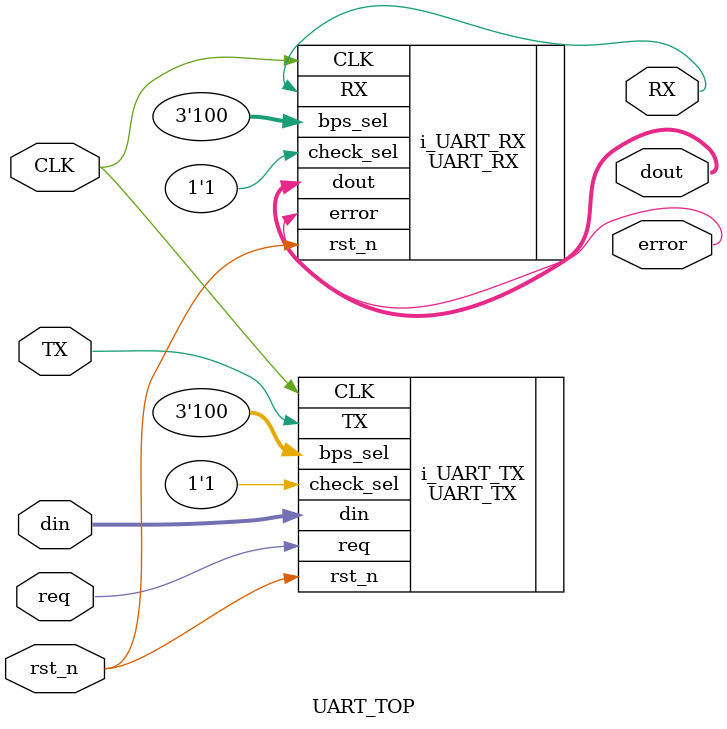
<source format=v>
`timescale 1ns / 1ps


module UART_TOP#(parameter 
rx_bps = 3'd4,rx_check = 1'b1,
tx_bps = 3'd4,tx_check = 1'b1)(
input CLK,
input rst_n,
input [7:0] din,
input req,
input TX,
output RX,
output [7:0] dout,
output error
    );

UART_TX i_UART_TX(
. CLK  (CLK ),
. rst_n    (rst_n   ),
. din      (din     ),
. req      (req     ),
. TX       (TX      ),
. bps_sel  (tx_bps),
. check_sel(tx_check)
);

UART_RX i_UART_RX (
. CLK  (CLK),
. rst_n    (rst_n  ),
. RX       (RX    ),
. dout     (dout   ),
. error    (error  ),
. bps_sel  (rx_bps),
. check_sel(rx_check)
);

endmodule

</source>
